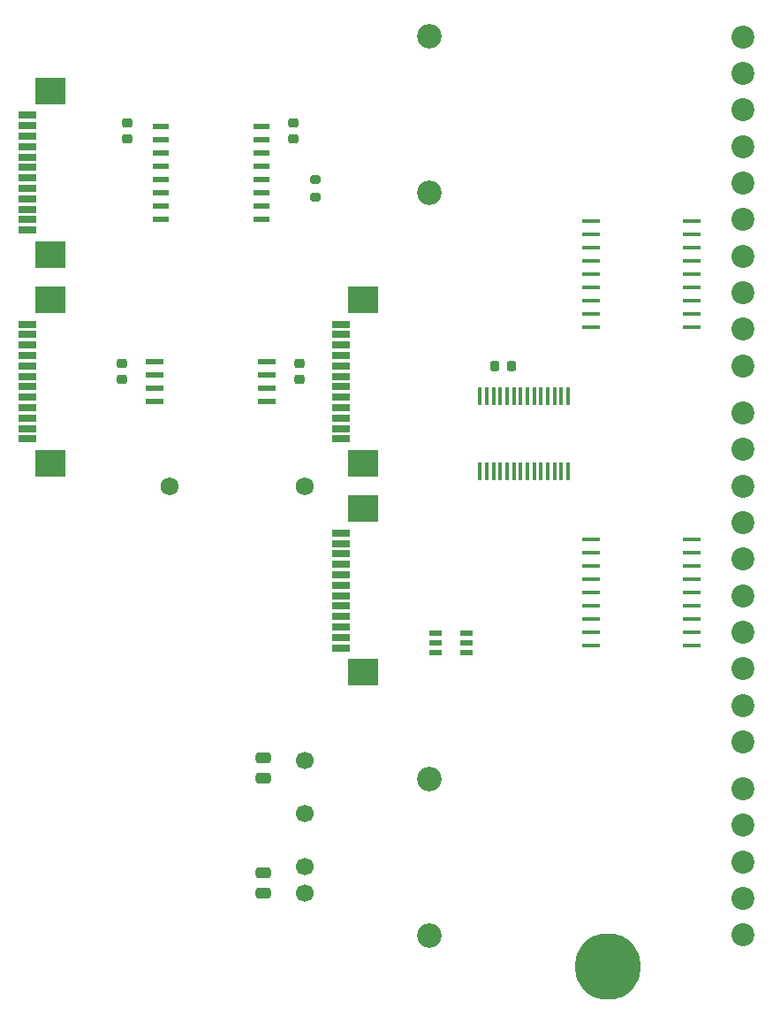
<source format=gbr>
%TF.GenerationSoftware,KiCad,Pcbnew,9.0.2*%
%TF.CreationDate,2025-06-19T15:05:14+03:00*%
%TF.ProjectId,PMCNV-DQ16src,504d434e-562d-4445-9131-367372632e6b,rev?*%
%TF.SameCoordinates,Original*%
%TF.FileFunction,Soldermask,Top*%
%TF.FilePolarity,Negative*%
%FSLAX46Y46*%
G04 Gerber Fmt 4.6, Leading zero omitted, Abs format (unit mm)*
G04 Created by KiCad (PCBNEW 9.0.2) date 2025-06-19 15:05:14*
%MOMM*%
%LPD*%
G01*
G04 APERTURE LIST*
G04 Aperture macros list*
%AMRoundRect*
0 Rectangle with rounded corners*
0 $1 Rounding radius*
0 $2 $3 $4 $5 $6 $7 $8 $9 X,Y pos of 4 corners*
0 Add a 4 corners polygon primitive as box body*
4,1,4,$2,$3,$4,$5,$6,$7,$8,$9,$2,$3,0*
0 Add four circle primitives for the rounded corners*
1,1,$1+$1,$2,$3*
1,1,$1+$1,$4,$5*
1,1,$1+$1,$6,$7*
1,1,$1+$1,$8,$9*
0 Add four rect primitives between the rounded corners*
20,1,$1+$1,$2,$3,$4,$5,0*
20,1,$1+$1,$4,$5,$6,$7,0*
20,1,$1+$1,$6,$7,$8,$9,0*
20,1,$1+$1,$8,$9,$2,$3,0*%
G04 Aperture macros list end*
%ADD10C,2.200000*%
%ADD11R,1.716000X0.450800*%
%ADD12C,2.350000*%
%ADD13RoundRect,0.225000X0.225000X0.250000X-0.225000X0.250000X-0.225000X-0.250000X0.225000X-0.250000X0*%
%ADD14R,1.181100X0.558800*%
%ADD15RoundRect,0.225000X-0.250000X0.225000X-0.250000X-0.225000X0.250000X-0.225000X0.250000X0.225000X0*%
%ADD16RoundRect,0.250000X0.475000X-0.250000X0.475000X0.250000X-0.475000X0.250000X-0.475000X-0.250000X0*%
%ADD17R,1.803400X0.635000*%
%ADD18R,2.997200X2.590800*%
%ADD19RoundRect,0.250000X-0.475000X0.250000X-0.475000X-0.250000X0.475000X-0.250000X0.475000X0.250000X0*%
%ADD20R,1.701800X0.558800*%
%ADD21C,1.700000*%
%ADD22R,0.431800X1.655601*%
%ADD23R,1.549400X0.482600*%
%ADD24RoundRect,0.200000X0.275000X-0.200000X0.275000X0.200000X-0.275000X0.200000X-0.275000X-0.200000X0*%
%ADD25O,6.350000X6.350000*%
%ADD26C,1.725000*%
G04 APERTURE END LIST*
D10*
%TO.C,J6*%
X35000000Y-43000000D03*
X35000000Y-39500000D03*
X35000000Y-36000000D03*
X35000000Y-32500000D03*
X35000000Y-29000000D03*
%TD*%
D11*
%TO.C,U6*%
X20389202Y25400000D03*
X20389202Y24130000D03*
X20389202Y22860000D03*
X20389202Y21590000D03*
X20389202Y20320000D03*
X20389202Y19050000D03*
X20389202Y17780000D03*
X20389202Y16510000D03*
X20389202Y15240000D03*
X30090798Y15240000D03*
X30090798Y16510000D03*
X30090798Y17780000D03*
X30090798Y19050000D03*
X30090798Y20320000D03*
X30090798Y21590000D03*
X30090798Y22860000D03*
X30090798Y24130000D03*
X30090798Y25400000D03*
%TD*%
D10*
%TO.C,J5*%
X35000000Y-24500000D03*
X35000000Y-21000000D03*
X35000000Y-17500000D03*
X35000000Y-14000000D03*
X35000000Y-10500000D03*
X35000000Y-7000000D03*
X35000000Y-3500000D03*
X35000000Y0D03*
X35000000Y3500000D03*
X35000000Y7000000D03*
%TD*%
%TO.C,J3*%
X35000000Y11500000D03*
X35000000Y15000000D03*
X35000000Y18500000D03*
X35000000Y22000000D03*
X35000000Y25500000D03*
X35000000Y29000000D03*
X35000000Y32500000D03*
X35000000Y36000000D03*
X35000000Y39500000D03*
X35000000Y43000000D03*
%TD*%
D12*
%TO.C,U8*%
X4920000Y28060000D03*
X4920000Y43060000D03*
%TD*%
D13*
%TO.C,C7*%
X12775000Y11500000D03*
X11225000Y11500000D03*
%TD*%
D14*
%TO.C,U10*%
X8466850Y-15950001D03*
X8466850Y-15000000D03*
X8466850Y-14049999D03*
X5533150Y-14049999D03*
X5533150Y-15000000D03*
X5533150Y-15950001D03*
%TD*%
D15*
%TO.C,C1*%
X-24000000Y34775000D03*
X-24000000Y33225000D03*
%TD*%
D16*
%TO.C,C3*%
X-11000000Y-38950000D03*
X-11000000Y-37050000D03*
%TD*%
D12*
%TO.C,U9*%
X4920000Y-28060000D03*
X4920000Y-43060000D03*
%TD*%
D17*
%TO.C,J4*%
X-3556000Y-15499992D03*
X-3556000Y-14499994D03*
X-3556000Y-13499996D03*
X-3556000Y-12499998D03*
X-3556000Y-11500000D03*
X-3556000Y-10500000D03*
X-3556000Y-9500000D03*
X-3556000Y-8500000D03*
X-3556000Y-7500002D03*
X-3556000Y-6500004D03*
X-3556000Y-5500006D03*
X-3556000Y-4500008D03*
D18*
X-1385999Y-17850003D03*
X-1385999Y-2149997D03*
%TD*%
D19*
%TO.C,C4*%
X-11000000Y-26050000D03*
X-11000000Y-27950000D03*
%TD*%
D11*
%TO.C,U7*%
X20389202Y-5080000D03*
X20389202Y-6350000D03*
X20389202Y-7620000D03*
X20389202Y-8890000D03*
X20389202Y-10160000D03*
X20389202Y-11430000D03*
X20389202Y-12700000D03*
X20389202Y-13970000D03*
X20389202Y-15240000D03*
X30090798Y-15240000D03*
X30090798Y-13970000D03*
X30090798Y-12700000D03*
X30090798Y-11430000D03*
X30090798Y-10160000D03*
X30090798Y-8890000D03*
X30090798Y-7620000D03*
X30090798Y-6350000D03*
X30090798Y-5080000D03*
%TD*%
D20*
%TO.C,U11*%
X-21384800Y11905000D03*
X-21384800Y10635000D03*
X-21384800Y9365000D03*
X-21384800Y8095000D03*
X-10615200Y8095000D03*
X-10615200Y9365000D03*
X-10615200Y10635000D03*
X-10615200Y11905000D03*
%TD*%
D21*
%TO.C,PS1*%
X-7000000Y-39000000D03*
X-7000000Y-36460000D03*
X-7000000Y-31380000D03*
X-7000000Y-26300000D03*
%TD*%
D22*
%TO.C,U3*%
X18225000Y8627801D03*
X17574999Y8627801D03*
X16925000Y8627801D03*
X16274999Y8627801D03*
X15625001Y8627801D03*
X14974999Y8627801D03*
X14325001Y8627801D03*
X13675002Y8627801D03*
X13025001Y8627801D03*
X12375002Y8627801D03*
X11725001Y8627801D03*
X11075002Y8627801D03*
X10425001Y8627801D03*
X9775002Y8627801D03*
X9775000Y1372199D03*
X10425001Y1372199D03*
X11075000Y1372199D03*
X11725001Y1372199D03*
X12374999Y1372199D03*
X13025001Y1372199D03*
X13674999Y1372199D03*
X14325001Y1372199D03*
X14974999Y1372199D03*
X15625001Y1372199D03*
X16274999Y1372199D03*
X16925000Y1372199D03*
X17574999Y1372199D03*
X18225000Y1372199D03*
%TD*%
D23*
%TO.C,U4*%
X-20826000Y34445000D03*
X-20826000Y33175000D03*
X-20826000Y31905000D03*
X-20826000Y30635000D03*
X-20826000Y29365000D03*
X-20826000Y28095000D03*
X-20826000Y26825000D03*
X-20826000Y25555000D03*
X-11174000Y25555000D03*
X-11174000Y26825000D03*
X-11174000Y28095000D03*
X-11174000Y29365000D03*
X-11174000Y30635000D03*
X-11174000Y31905000D03*
X-11174000Y33175000D03*
X-11174000Y34445000D03*
%TD*%
D17*
%TO.C,JM3*%
X-33556000Y4500008D03*
X-33556000Y5500006D03*
X-33556000Y6500004D03*
X-33556000Y7500002D03*
X-33556000Y8500000D03*
X-33556000Y9500000D03*
X-33556000Y10500000D03*
X-33556000Y11500000D03*
X-33556000Y12499998D03*
X-33556000Y13499996D03*
X-33556000Y14499994D03*
X-33556000Y15499992D03*
D18*
X-31385999Y2149997D03*
X-31385999Y17850003D03*
%TD*%
D17*
%TO.C,J2*%
X-3556000Y4500008D03*
X-3556000Y5500006D03*
X-3556000Y6500004D03*
X-3556000Y7500002D03*
X-3556000Y8500000D03*
X-3556000Y9500000D03*
X-3556000Y10500000D03*
X-3556000Y11500000D03*
X-3556000Y12499998D03*
X-3556000Y13499996D03*
X-3556000Y14499994D03*
X-3556000Y15499992D03*
D18*
X-1385999Y2149997D03*
X-1385999Y17850003D03*
%TD*%
D15*
%TO.C,C6*%
X-24500000Y11775000D03*
X-24500000Y10225000D03*
%TD*%
D24*
%TO.C,R1*%
X-6000000Y27675000D03*
X-6000000Y29325000D03*
%TD*%
D17*
%TO.C,JM1*%
X-33556000Y24500008D03*
X-33556000Y25500006D03*
X-33556000Y26500004D03*
X-33556000Y27500002D03*
X-33556000Y28500000D03*
X-33556000Y29500000D03*
X-33556000Y30500000D03*
X-33556000Y31500000D03*
X-33556000Y32499998D03*
X-33556000Y33499996D03*
X-33556000Y34499994D03*
X-33556000Y35499992D03*
D18*
X-31385999Y22149997D03*
X-31385999Y37850003D03*
%TD*%
D15*
%TO.C,C2*%
X-8145000Y34775000D03*
X-8145000Y33225000D03*
%TD*%
D25*
%TO.C,PE1*%
X22000000Y-46000000D03*
%TD*%
D26*
%TO.C,U2*%
X-20000000Y0D03*
%TD*%
%TO.C,U5*%
X-7000000Y0D03*
%TD*%
D15*
%TO.C,C5*%
X-7500000Y11775000D03*
X-7500000Y10225000D03*
%TD*%
M02*

</source>
